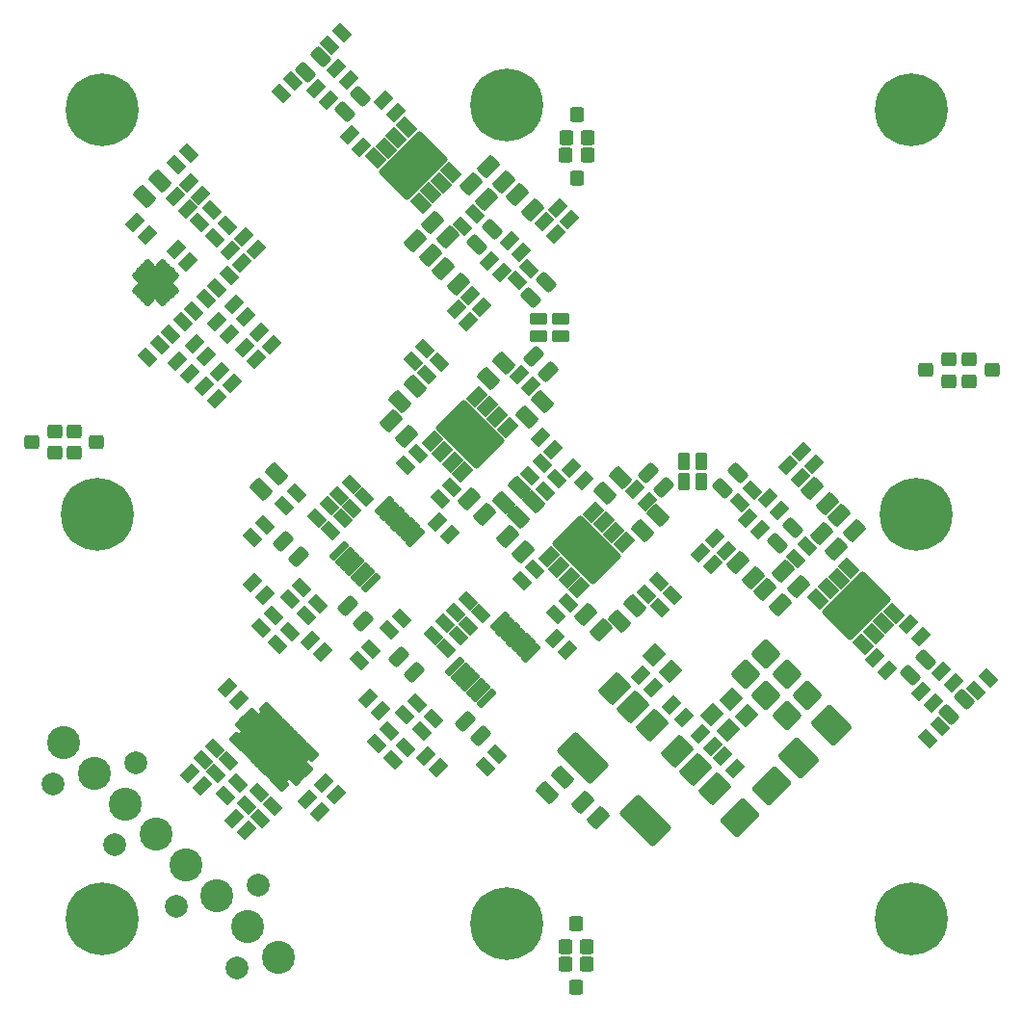
<source format=gbr>
G04 #@! TF.GenerationSoftware,KiCad,Pcbnew,5.99.0-unknown-43001cae3~104~ubuntu18.04.1*
G04 #@! TF.CreationDate,2020-11-12T23:28:15+01:00*
G04 #@! TF.ProjectId,QFHMIX01C,5146484d-4958-4303-9143-2e6b69636164,REV 0.2*
G04 #@! TF.SameCoordinates,Original*
G04 #@! TF.FileFunction,Soldermask,Bot*
G04 #@! TF.FilePolarity,Negative*
%FSLAX45Y45*%
G04 Gerber Fmt 4.5, Leading zero omitted, Abs format (unit mm)*
G04 Created by KiCad (PCBNEW 5.99.0-unknown-43001cae3~104~ubuntu18.04.1) date 2020-11-12 23:28:15*
%MOMM*%
%LPD*%
G01*
G04 APERTURE LIST*
G04 Aperture macros list*
%AMRoundRect*
0 Rectangle with rounded corners*
0 $1 Rounding radius*
0 $2 $3 $4 $5 $6 $7 $8 $9 X,Y pos of 4 corners*
0 Add a 4 corners polygon primitive as box body*
4,1,4,$2,$3,$4,$5,$6,$7,$8,$9,$2,$3,0*
0 Add four circle primitives for the rounded corners*
1,1,$1+$1,$2,$3,0*
1,1,$1+$1,$4,$5,0*
1,1,$1+$1,$6,$7,0*
1,1,$1+$1,$8,$9,0*
0 Add four rect primitives between the rounded corners*
20,1,$1+$1,$2,$3,$4,$5,0*
20,1,$1+$1,$4,$5,$6,$7,0*
20,1,$1+$1,$6,$7,$8,$9,0*
20,1,$1+$1,$8,$9,$2,$3,0*%
%AMHorizOval*
0 Thick line with rounded ends*
0 $1 width*
0 $2 $3 position (X,Y) of the first rounded end (center of the circle)*
0 $4 $5 position (X,Y) of the second rounded end (center of the circle)*
0 Add line between two ends*
20,1,$1,$2,$3,$4,$5,0*
0 Add two circle primitives to create the rounded ends*
1,1,$1,$2,$3,0*
1,1,$1,$4,$5,0*%
G04 Aperture macros list end*
%ADD10C,2.000000*%
%ADD11C,2.900000*%
%ADD12RoundRect,0.200000X0.000000X1.077631X-1.077631X0.000000X0.000000X-1.077631X1.077631X0.000000X0*%
%ADD13RoundRect,0.200000X0.628618X0.179605X0.179605X0.628618X-0.628618X-0.179605X-0.179605X-0.628618X0*%
%ADD14RoundRect,0.200000X-0.628618X-0.179605X-0.179605X-0.628618X0.628618X0.179605X0.179605X0.628618X0*%
%ADD15RoundRect,0.200000X0.179605X-0.628618X0.628618X-0.179605X-0.179605X0.628618X-0.628618X0.179605X0*%
%ADD16RoundRect,0.200000X-0.179605X0.628618X-0.628618X0.179605X0.179605X-0.628618X0.628618X-0.179605X0*%
%ADD17RoundRect,0.200000X0.653763X0.441829X0.441829X0.653763X-0.653763X-0.441829X-0.441829X-0.653763X0*%
%ADD18RoundRect,0.200000X-0.653763X-0.441829X-0.441829X-0.653763X0.653763X0.441829X0.441829X0.653763X0*%
%ADD19RoundRect,0.200000X0.176777X1.237437X-1.237437X-0.176777X-0.176777X-1.237437X1.237437X0.176777X0*%
%ADD20RoundRect,0.200000X-0.636396X2.050610X-2.050610X0.636396X0.636396X-2.050610X2.050610X-0.636396X0*%
%ADD21RoundRect,0.200000X0.179605X-0.808223X0.808223X-0.179605X-0.179605X0.808223X-0.808223X0.179605X0*%
%ADD22RoundRect,0.200000X0.808223X0.179605X0.179605X0.808223X-0.808223X-0.179605X-0.179605X-0.808223X0*%
%ADD23RoundRect,0.200000X-0.179605X0.808223X-0.808223X0.179605X0.179605X-0.808223X0.808223X-0.179605X0*%
%ADD24HorizOval,0.700000X0.159099X-0.159099X-0.159099X0.159099X0*%
%ADD25HorizOval,0.700000X-0.159099X-0.159099X0.159099X0.159099X0*%
%ADD26RoundRect,0.200000X-0.636396X0.000000X0.000000X-0.636396X0.636396X0.000000X0.000000X0.636396X0*%
%ADD27C,6.400000*%
%ADD28RoundRect,0.200000X0.106066X0.318198X-0.318198X-0.106066X-0.106066X-0.318198X0.318198X0.106066X0*%
%ADD29RoundRect,0.200000X0.353553X0.565685X-0.565685X-0.353553X-0.353553X-0.565685X0.565685X0.353553X0*%
%ADD30RoundRect,0.200000X0.318198X-0.106066X-0.106066X0.318198X-0.318198X0.106066X0.106066X-0.318198X0*%
%ADD31RoundRect,0.225000X0.279307X1.552099X-1.552099X-0.279307X-0.279307X-1.552099X1.552099X0.279307X0*%
%ADD32RoundRect,0.200000X-0.194454X1.219759X-1.219759X0.194454X0.194454X-1.219759X1.219759X-0.194454X0*%
%ADD33RoundRect,0.200000X-0.400000X0.450000X-0.400000X-0.450000X0.400000X-0.450000X0.400000X0.450000X0*%
%ADD34RoundRect,0.200000X0.450000X0.400000X-0.450000X0.400000X-0.450000X-0.400000X0.450000X-0.400000X0*%
%ADD35RoundRect,0.200000X0.247487X1.520280X-1.520280X-0.247487X-0.247487X-1.520280X1.520280X0.247487X0*%
%ADD36RoundRect,0.200000X0.176777X-1.590990X1.590990X-0.176777X-0.176777X1.590990X-1.590990X0.176777X0*%
%ADD37RoundRect,0.200000X0.400000X-0.450000X0.400000X0.450000X-0.400000X0.450000X-0.400000X-0.450000X0*%
%ADD38RoundRect,0.200000X-0.450000X-0.400000X0.450000X-0.400000X0.450000X0.400000X-0.450000X0.400000X0*%
%ADD39RoundRect,0.200000X0.795495X0.088388X0.088388X0.795495X-0.795495X-0.088388X-0.088388X-0.795495X0*%
%ADD40RoundRect,0.200000X-0.707107X-0.212132X-0.212132X-0.707107X0.707107X0.212132X0.212132X0.707107X0*%
%ADD41RoundRect,0.200000X0.707107X0.212132X0.212132X0.707107X-0.707107X-0.212132X-0.212132X-0.707107X0*%
%ADD42RoundRect,0.200000X0.571500X-0.317500X0.571500X0.317500X-0.571500X0.317500X-0.571500X-0.317500X0*%
%ADD43RoundRect,0.200000X-0.317500X-0.571500X0.317500X-0.571500X0.317500X0.571500X-0.317500X0.571500X0*%
%ADD44RoundRect,0.200000X-0.808223X-0.179605X-0.179605X-0.808223X0.808223X0.179605X0.179605X0.808223X0*%
%ADD45RoundRect,0.200000X0.212132X-0.707107X0.707107X-0.212132X-0.212132X0.707107X-0.707107X0.212132X0*%
%ADD46RoundRect,0.200000X-0.212132X0.707107X-0.707107X0.212132X0.212132X-0.707107X0.707107X-0.212132X0*%
%ADD47RoundRect,0.200000X-0.565685X-2.828427X2.828427X0.565685X0.565685X2.828427X-2.828427X-0.565685X0*%
%ADD48RoundRect,0.200000X0.180312X-0.717713X0.717713X-0.180312X-0.180312X0.717713X-0.717713X0.180312X0*%
%ADD49RoundRect,0.200000X-2.828427X0.565685X0.565685X-2.828427X2.828427X-0.565685X-0.565685X2.828427X0*%
%ADD50RoundRect,0.200000X-0.717713X-0.180312X-0.180312X-0.717713X0.717713X0.180312X0.180312X0.717713X0*%
%ADD51RoundRect,0.200000X0.565685X2.828427X-2.828427X-0.565685X-0.565685X-2.828427X2.828427X0.565685X0*%
%ADD52RoundRect,0.200000X-0.180312X0.717713X-0.717713X0.180312X0.180312X-0.717713X0.717713X-0.180312X0*%
G04 APERTURE END LIST*
D10*
X12631949Y-12984497D03*
X12815089Y-12262541D03*
X11015503Y-11368051D03*
X11737459Y-11184910D03*
X12093133Y-12445682D03*
X11554318Y-11906866D03*
D11*
X12992927Y-12892927D03*
X12723519Y-12623519D03*
X12454111Y-12354111D03*
X12184704Y-12084704D03*
X11915296Y-11815296D03*
X11645888Y-11545888D03*
X11376481Y-11276481D03*
X11107073Y-11007073D03*
D12*
X17639408Y-10589803D03*
X17459803Y-10769408D03*
X17459803Y-10410197D03*
X17280197Y-10589803D03*
X17280197Y-10230592D03*
X17100592Y-10410197D03*
D13*
X12797177Y-6669486D03*
X12689414Y-6561723D03*
D14*
X12204016Y-6091158D03*
X12311779Y-6198921D03*
D15*
X12047513Y-7413954D03*
X12155276Y-7306191D03*
D16*
X11952076Y-7509391D03*
X11844313Y-7617154D03*
D13*
X12453486Y-7986438D03*
X12345723Y-7878675D03*
X12199726Y-6778954D03*
X12091963Y-6671191D03*
X12587836Y-7852088D03*
X12480073Y-7744325D03*
X12801736Y-7641724D03*
X12693973Y-7533961D03*
D17*
X13924375Y-8927850D03*
X13970354Y-8973829D03*
X14016333Y-9019808D03*
X14062133Y-9065607D03*
X14107932Y-9111407D03*
X14153911Y-9157385D03*
X14199890Y-9203364D03*
D18*
X13804040Y-9599214D03*
X13758061Y-9553235D03*
X13712082Y-9507256D03*
X13666283Y-9461457D03*
X13620484Y-9415658D03*
X13574505Y-9369679D03*
X13528526Y-9323700D03*
D19*
X16500104Y-11084627D03*
D20*
X16217261Y-11692739D03*
D19*
X16662739Y-11247261D03*
X16825373Y-11409896D03*
X15949104Y-10532327D03*
D20*
X15666261Y-11140439D03*
D19*
X16111739Y-10694961D03*
X16274373Y-10857596D03*
D21*
X11818571Y-6208447D03*
X11953275Y-6073743D03*
D22*
X15807352Y-11667352D03*
X15672648Y-11532648D03*
D23*
X15492667Y-11314033D03*
X15357963Y-11448737D03*
D15*
X13448810Y-9146094D03*
X13556573Y-9038331D03*
D24*
X11753563Y-6915107D03*
X11788918Y-6879752D03*
X11824274Y-6844396D03*
X11859629Y-6809041D03*
D25*
X11962160Y-6809041D03*
X11997515Y-6844396D03*
X12032870Y-6879752D03*
X12068226Y-6915107D03*
D24*
X12068226Y-7017637D03*
X12032870Y-7052993D03*
X11997515Y-7088348D03*
X11962160Y-7123704D03*
D25*
X11859629Y-7123704D03*
X11824274Y-7088348D03*
X11788918Y-7052993D03*
X11753563Y-7017637D03*
D26*
X11910894Y-6902733D03*
X11974534Y-6966372D03*
X11910894Y-7030012D03*
X11847255Y-6966372D03*
D14*
X12603817Y-11672303D03*
X12711580Y-11780066D03*
D15*
X13235590Y-9892150D03*
X13343353Y-9784387D03*
D14*
X12217118Y-11281118D03*
X12324881Y-11388881D03*
D15*
X13091906Y-9748466D03*
X13199669Y-9640703D03*
D17*
X14940064Y-9943538D03*
X14986042Y-9989517D03*
X15032021Y-10035496D03*
X15077821Y-10081295D03*
X15123620Y-10127095D03*
X15169599Y-10173074D03*
X15215578Y-10219052D03*
D18*
X14819728Y-10614902D03*
X14773749Y-10568923D03*
X14727770Y-10522944D03*
X14681971Y-10477145D03*
X14636172Y-10431346D03*
X14590193Y-10385367D03*
X14544214Y-10339388D03*
D27*
X18556000Y-12556000D03*
X18556000Y-5444000D03*
X11444000Y-12556000D03*
D28*
X12874046Y-10701434D03*
X12909401Y-10736789D03*
X12944757Y-10772144D03*
X12980112Y-10807500D03*
X13015467Y-10842855D03*
D29*
X13026074Y-10902959D03*
X13061429Y-10938314D03*
X13096785Y-10973670D03*
D28*
X13156889Y-10984276D03*
X13192244Y-11019632D03*
X13227599Y-11054987D03*
X13262955Y-11090342D03*
X13298310Y-11125698D03*
D30*
X13245277Y-11228228D03*
X13209922Y-11263583D03*
X13174566Y-11298939D03*
X13139211Y-11334294D03*
D28*
X13036681Y-11387327D03*
X13001325Y-11351972D03*
X12965970Y-11316616D03*
X12930615Y-11281261D03*
X12895259Y-11245906D03*
D29*
X12884653Y-11185802D03*
X12849297Y-11150446D03*
X12813942Y-11115091D03*
D28*
X12753838Y-11104485D03*
X12718482Y-11069129D03*
X12683127Y-11033774D03*
X12647772Y-10998419D03*
X12612416Y-10963063D03*
D30*
X12665449Y-10860533D03*
X12700805Y-10825177D03*
X12736160Y-10789822D03*
X12771515Y-10754467D03*
D31*
X12820659Y-10909677D03*
X13090067Y-11179084D03*
D32*
X12955363Y-11044380D03*
D33*
X15513727Y-12959000D03*
X15703727Y-12959000D03*
X15608727Y-13159000D03*
D34*
X18883605Y-7638711D03*
X18883605Y-7828711D03*
X18683605Y-7733711D03*
X11026000Y-8269000D03*
X11026000Y-8459000D03*
X10826000Y-8364000D03*
D35*
X17331421Y-11388579D03*
X17048579Y-11671421D03*
D14*
X12106505Y-7653599D03*
X12214268Y-7761362D03*
D16*
X12543211Y-6459590D03*
X12435448Y-6567353D03*
D14*
X12253799Y-7503909D03*
X12361562Y-7611672D03*
D16*
X12407511Y-6326590D03*
X12299748Y-6434353D03*
X13443436Y-8925194D03*
X13335673Y-9032957D03*
D15*
X13526591Y-8842038D03*
X13634354Y-8734275D03*
D16*
X14461669Y-9957569D03*
X14353906Y-10065332D03*
D15*
X14551896Y-9867343D03*
X14659659Y-9759580D03*
D21*
X12837648Y-8779852D03*
X12972352Y-8645148D03*
D14*
X12567543Y-6683285D03*
X12675306Y-6791048D03*
D13*
X12194939Y-6315761D03*
X12087176Y-6207998D03*
X12936086Y-7507374D03*
X12828323Y-7399611D03*
D15*
X12250713Y-7210754D03*
X12358476Y-7102991D03*
D16*
X12561676Y-6899791D03*
X12453913Y-7007554D03*
X13745469Y-8845389D03*
X13637706Y-8953152D03*
D15*
X14467043Y-10178470D03*
X14574806Y-10070707D03*
D16*
X14772796Y-9872717D03*
X14665033Y-9980480D03*
D36*
X17568579Y-11141421D03*
X17851421Y-10858579D03*
D27*
X15000000Y-12600000D03*
X15000000Y-5400000D03*
X18600000Y-9000000D03*
X11400000Y-9000000D03*
D15*
X14251278Y-10907838D03*
X14359041Y-10800075D03*
X14106462Y-10765285D03*
X14214225Y-10657522D03*
X12716489Y-11556255D03*
X12824252Y-11448492D03*
X12984143Y-10143597D03*
X13091906Y-10035834D03*
X12447081Y-11279663D03*
X12554844Y-11171900D03*
X12330338Y-11162920D03*
X12438101Y-11055157D03*
X12840459Y-9999913D03*
X12948222Y-9892150D03*
D13*
X12876380Y-9712545D03*
X12768617Y-9604782D03*
X13379274Y-10215439D03*
X13271511Y-10107676D03*
X14394962Y-11231127D03*
X14287199Y-11123364D03*
X13892068Y-10728233D03*
X13784305Y-10620470D03*
D15*
X13999831Y-11159285D03*
X14107594Y-11051522D03*
X12833232Y-11672998D03*
X12940995Y-11565235D03*
D27*
X11444000Y-5444000D03*
D33*
X15518981Y-5843000D03*
X15708981Y-5843000D03*
X15613981Y-6043000D03*
D37*
X15703727Y-12799000D03*
X15513727Y-12799000D03*
X15608727Y-12599000D03*
D38*
X11196000Y-8459000D03*
X11196000Y-8269000D03*
X11396000Y-8364000D03*
X19068305Y-7828711D03*
X19068305Y-7638711D03*
X19268305Y-7733711D03*
D37*
X15711000Y-5688000D03*
X15521000Y-5688000D03*
X15616000Y-5488000D03*
D14*
X12452987Y-7307117D03*
X12560750Y-7414880D03*
X12601479Y-7158624D03*
X12709242Y-7266387D03*
D39*
X16435711Y-10380711D03*
X16294289Y-10239289D03*
X16943211Y-10900711D03*
X16801789Y-10759289D03*
X17110711Y-10770711D03*
X16969289Y-10629289D03*
D16*
X12872092Y-9097908D03*
X12764329Y-9205671D03*
X13808881Y-10183619D03*
X13701118Y-10291382D03*
D14*
X13247908Y-11505408D03*
X13355671Y-11613171D03*
D16*
X12634592Y-11365408D03*
X12526829Y-11473171D03*
D14*
X12542272Y-10523526D03*
X12650035Y-10631289D03*
X14391118Y-9068619D03*
X14498881Y-9176382D03*
X13395408Y-11360408D03*
X13503171Y-11468171D03*
X15423618Y-10091119D03*
X15531381Y-10198882D03*
D16*
X14078881Y-9911119D03*
X13971118Y-10018882D03*
D15*
X14811118Y-11216381D03*
X14918881Y-11108619D03*
D13*
X16558881Y-10788882D03*
X16451118Y-10681119D03*
D14*
X16181118Y-10416119D03*
X16288881Y-10523882D03*
D13*
X11841381Y-6543881D03*
X11733618Y-6436118D03*
D15*
X12098618Y-5931381D03*
X12206381Y-5823618D03*
D14*
X16896119Y-11126119D03*
X17003882Y-11233881D03*
X16700000Y-10930000D03*
X16807763Y-11037763D03*
D15*
X13043618Y-8921382D03*
X13151381Y-8813619D03*
X13856147Y-11015601D03*
X13963910Y-10907838D03*
D40*
X13032825Y-9237825D03*
X13167175Y-9372175D03*
D41*
X13738673Y-9943673D03*
X13604323Y-9809323D03*
D40*
X14637825Y-10817825D03*
X14772175Y-10952175D03*
D41*
X14184675Y-10392175D03*
X14050325Y-10257825D03*
D13*
X14663881Y-7303881D03*
X14556118Y-7196118D03*
D14*
X15446118Y-6306118D03*
X15553881Y-6413881D03*
D16*
X14283881Y-7546118D03*
X14176118Y-7653881D03*
D14*
X15296118Y-8326118D03*
X15403881Y-8433882D03*
D16*
X13123881Y-5193619D03*
X13016118Y-5301382D03*
D13*
X13433881Y-5363882D03*
X13326118Y-5256119D03*
X13723881Y-5771381D03*
X13616118Y-5663618D03*
X14954445Y-6878368D03*
X14846682Y-6770605D03*
D42*
X15282401Y-7438088D03*
X15282401Y-7285688D03*
D16*
X14222589Y-8464126D03*
X14114826Y-8571889D03*
X14718881Y-6358618D03*
X14611118Y-6466381D03*
X15198397Y-6837781D03*
X15090634Y-6945544D03*
D13*
X15213881Y-7878881D03*
X15106118Y-7771118D03*
D16*
X13548881Y-4771119D03*
X13441118Y-4878882D03*
D14*
X13503618Y-5078619D03*
X13611381Y-5186382D03*
X13916118Y-5363619D03*
X14023881Y-5471382D03*
D13*
X15131222Y-6701592D03*
X15023459Y-6593829D03*
D42*
X15470000Y-7436200D03*
X15470000Y-7283800D03*
D16*
X14519574Y-8761111D03*
X14411811Y-8868874D03*
D15*
X19126119Y-10546382D03*
X19233882Y-10438619D03*
D14*
X18819058Y-10377809D03*
X18926821Y-10485572D03*
X18529144Y-9967687D03*
X18636907Y-10075450D03*
X17291119Y-8856119D03*
X17398882Y-8963882D03*
D43*
X16560800Y-8534000D03*
X16713200Y-8534000D03*
D16*
X15242795Y-9479783D03*
X15135032Y-9587546D03*
D15*
X17536119Y-9388882D03*
X17643882Y-9281119D03*
X17051119Y-8896382D03*
X17158882Y-8788619D03*
D13*
X16233881Y-8888882D03*
X16126118Y-8781119D03*
D15*
X18701119Y-10971382D03*
X18808882Y-10863619D03*
D13*
X18750044Y-10662349D03*
X18642281Y-10554586D03*
X18341382Y-10373882D03*
X18233619Y-10266119D03*
D14*
X17118619Y-9031119D03*
X17226382Y-9138882D03*
D43*
X16558800Y-8710000D03*
X16711200Y-8710000D03*
D16*
X15539779Y-9776768D03*
X15432016Y-9884531D03*
D14*
X17591119Y-8451119D03*
X17698882Y-8558882D03*
D15*
X16346118Y-9823882D03*
X16453881Y-9716119D03*
D14*
X15566118Y-8596119D03*
X15673881Y-8703882D03*
D22*
X14577352Y-6977352D03*
X14442648Y-6842648D03*
X15227352Y-6327352D03*
X15092648Y-6192648D03*
D23*
X14197352Y-7872648D03*
X14062648Y-8007352D03*
X15107352Y-8762648D03*
X14972648Y-8897352D03*
D22*
X14327352Y-6727352D03*
X14192648Y-6592648D03*
X14977352Y-6077352D03*
X14842648Y-5942648D03*
D44*
X13982648Y-8182648D03*
X14117352Y-8317352D03*
D22*
X14807352Y-8997352D03*
X14672648Y-8862648D03*
D44*
X14352379Y-6431866D03*
X14487083Y-6566570D03*
D23*
X14976871Y-7671187D03*
X14842167Y-7805891D03*
D45*
X13230325Y-5117175D03*
X13364675Y-4982825D03*
X13575325Y-5462175D03*
X13709675Y-5327825D03*
X14741464Y-6630033D03*
X14875815Y-6495682D03*
X15211690Y-7093187D03*
X15346041Y-6958837D03*
D40*
X15234017Y-7615334D03*
X15368367Y-7749684D03*
D22*
X14819423Y-6234230D03*
X14684719Y-6099526D03*
D21*
X15179694Y-8143418D03*
X15314398Y-8008714D03*
D22*
X17899852Y-9304852D03*
X17765148Y-9170148D03*
D23*
X16002352Y-8682648D03*
X15867648Y-8817352D03*
D46*
X19021432Y-10629680D03*
X18887082Y-10764031D03*
X18682021Y-10283198D03*
X18547670Y-10417548D03*
X17515294Y-9123543D03*
X17380944Y-9257893D03*
X17034675Y-8637825D03*
X16900325Y-8772175D03*
D40*
X16247825Y-8632825D03*
X16382175Y-8767175D03*
D44*
X17432648Y-9502648D03*
X17567352Y-9637352D03*
D21*
X16197648Y-9147352D03*
X16332352Y-9012648D03*
D22*
X18057352Y-9147352D03*
X17922648Y-9012648D03*
D44*
X15692648Y-9882648D03*
X15827352Y-10017352D03*
D22*
X15147352Y-9327352D03*
X15012648Y-9192648D03*
X17817352Y-8907352D03*
X17682648Y-8772648D03*
D21*
X15992648Y-9937352D03*
X16127352Y-9802648D03*
X15102648Y-9027352D03*
X15237352Y-8892648D03*
D13*
X14783881Y-7183881D03*
X14676118Y-7076118D03*
D14*
X15326118Y-6426118D03*
X15433881Y-6533881D03*
D16*
X14403881Y-7666118D03*
X14296118Y-7773881D03*
D15*
X15206118Y-8663882D03*
X15313881Y-8556119D03*
D14*
X17471119Y-8571119D03*
X17578882Y-8678882D03*
D15*
X16226118Y-9703882D03*
X16333881Y-9596119D03*
D16*
X15443881Y-8686119D03*
X15336118Y-8793882D03*
D47*
X14180000Y-5932500D03*
D48*
X13847730Y-5869638D03*
X13937533Y-5779836D03*
X14027336Y-5690033D03*
X14117138Y-5600230D03*
X14512269Y-5995362D03*
X14422467Y-6085164D03*
X14332664Y-6174967D03*
X14242862Y-6264769D03*
D49*
X14676464Y-8298535D03*
D50*
X14739326Y-7966266D03*
X14829129Y-8056069D03*
X14918931Y-8145871D03*
X15008734Y-8235674D03*
X14613603Y-8630805D03*
X14523800Y-8541002D03*
X14433998Y-8451200D03*
X14344195Y-8361397D03*
D51*
X18070000Y-9807500D03*
D52*
X18402270Y-9870362D03*
X18312467Y-9960164D03*
X18222664Y-10049967D03*
X18132862Y-10139770D03*
X17737731Y-9744638D03*
X17827533Y-9654836D03*
X17917336Y-9565033D03*
X18007138Y-9475231D03*
D49*
X15701464Y-9313536D03*
D50*
X15764326Y-8981266D03*
X15854129Y-9071069D03*
X15943931Y-9160871D03*
X16033734Y-9250674D03*
X15638603Y-9645805D03*
X15548800Y-9556002D03*
X15458998Y-9466200D03*
X15369195Y-9376397D03*
D13*
X16933882Y-9323882D03*
X16826119Y-9216119D03*
X16813882Y-9443882D03*
X16706118Y-9336119D03*
D22*
X17407352Y-9797352D03*
X17272648Y-9662648D03*
X17167352Y-9557352D03*
X17032648Y-9422648D03*
M02*

</source>
